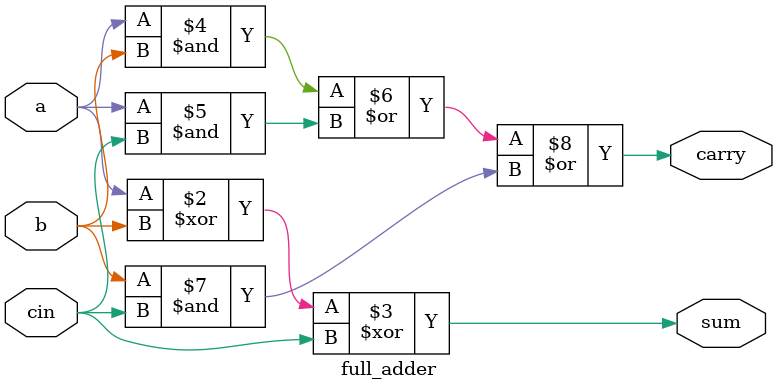
<source format=v>
module full_adder ( input a, b, cin, output reg sum, carry);
  
  always@ (*)
    begin
      sum = a ^ b ^ cin;
      carry = ( a & b ) | ( a & cin ) | ( b & cin );
    end
 
  
endmodule
</source>
